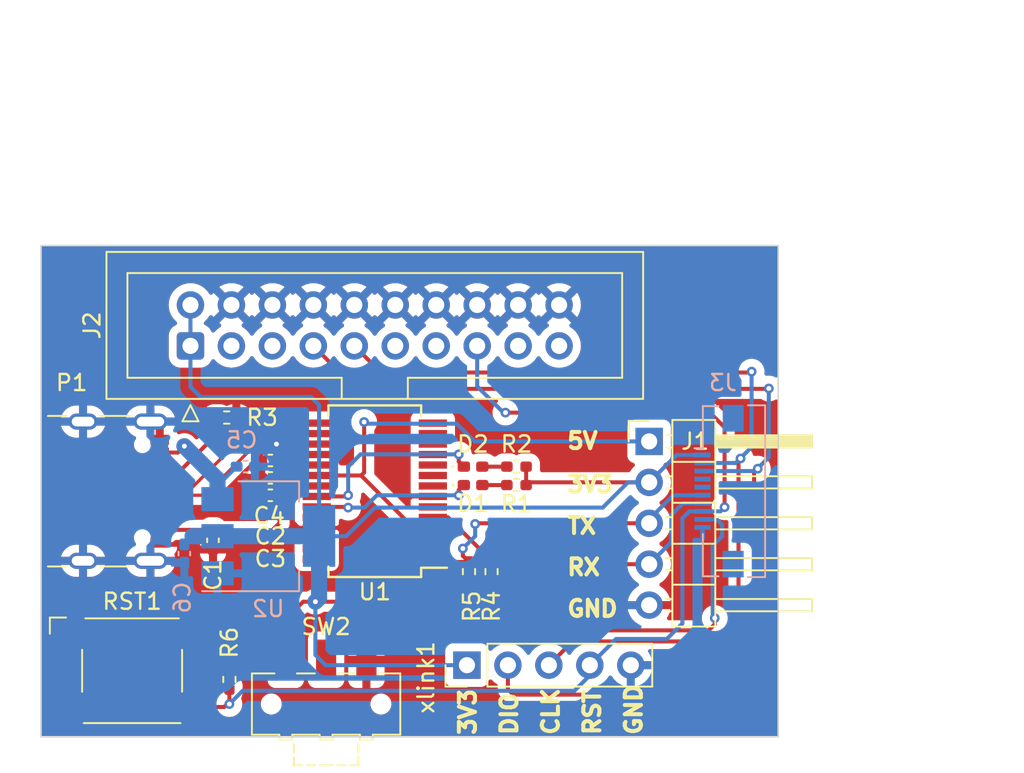
<source format=kicad_pcb>
(kicad_pcb (version 20221018) (generator pcbnew)
  (layers (0 "F.Cu" signal) (31 "B.Cu" signal) (34 "B.Paste" user) (35 "F.Paste" user) (36 "B.SilkS" user "B.Silkscreen") (37 "F.SilkS" user "F.Silkscreen") (38 "B.Mask" user) (39 "F.Mask" user) (44 "Edge.Cuts" user))
  (net 0 "")
  (net 1 "+5V")
  (net 2 "GND")
  (net 3 "+3.3V")
  (net 4 "/TXLED")
  (net 5 "Net-(D1-A)")
  (net 6 "/RXLED")
  (net 7 "Net-(D2-A)")
  (net 8 "Net-(P1-CC)")
  (net 9 "/D-")
  (net 10 "/D+")
  (net 12 "/TX")
  (net 15 "/RX")
  (net 29 "/SWDIO")
  (net 30 "/SWCLK")
  (net 33 "/RST")
  (net 37 "/BOOT")
  (net 38 "/3V3")
  (footprint "LED_SMD:LED_0402_1005Metric_Pad0.77x0.64mm_HandSolder" (layer "F.Cu") (at 153.797 110.236)
    (fp_text reference "D2" (at -0.0125 -1.397) (layer "F.SilkS"))
    (fp_text value "LED")
    (pad "1" smd roundrect (at -0.5725 0) (size 0.765 0.64) (layers "F.Cu" "F.Paste" "F.Mask") (net 6 "/RXLED"))
    (pad "2" smd roundrect (at 0.5725 0) (size 0.765 0.64) (layers "F.Cu" "F.Paste" "F.Mask") (net 7 "Net-(D2-A)"))
  )
  (footprint "Resistor_SMD:R_0402_1005Metric_Pad0.72x0.64mm_HandSolder" (layer "F.Cu") (at 156.489 111.379 180)
    (fp_text reference "R1" (at 0 -1.17) (layer "F.SilkS"))
    (fp_text value "270")
    (pad "1" smd roundrect (at -0.5975 0 180) (size 0.715 0.64) (layers "F.Cu" "F.Paste" "F.Mask") (net 3 "+3.3V"))
    (pad "2" smd roundrect (at 0.5975 0 180) (size 0.715 0.64) (layers "F.Cu" "F.Paste" "F.Mask") (net 5 "Net-(D1-A)"))
  )
  (footprint "Resistor_SMD:R_0402_1005Metric_Pad0.72x0.64mm_HandSolder" (layer "F.Cu") (at 138.684 123.444 -90)
    (fp_text reference "R6" (at -2.286 0 90) (layer "F.SilkS"))
    (fp_text value "10K")
    (pad "1" smd roundrect (at -0.5975 0 270) (size 0.715 0.64) (layers "F.Cu" "F.Paste" "F.Mask") (net 3 "+3.3V"))
    (pad "2" smd roundrect (at 0.5975 0 270) (size 0.715 0.64) (layers "F.Cu" "F.Paste" "F.Mask") (net 33 "/RST"))
  )
  (footprint "Capacitor_SMD:C_0402_1005Metric_Pad0.74x0.62mm_HandSolder" (layer "F.Cu") (at 141.224 112.014 180)
    (fp_text reference "C3" (at 0 -3.937) (layer "F.SilkS"))
    (fp_text value "4.7nF")
    (pad "1" smd roundrect (at -0.5675 0 180) (size 0.735 0.62) (layers "F.Cu" "F.Paste" "F.Mask") (net 1 "+5V"))
    (pad "2" smd roundrect (at 0.5675 0 180) (size 0.735 0.62) (layers "F.Cu" "F.Paste" "F.Mask") (net 2 "GND"))
  )
  (footprint "Connector_PinHeader_2.54mm:PinHeader_1x05_P2.54mm_Horizontal" (layer "F.Cu") (at 164.715 108.67)
    (fp_text reference "J1" (at 2.851 -0.005) (layer "F.SilkS"))
    (fp_text value "Conn_01x05")
    (pad "1" thru_hole rect (at 0 0) (size 1.7 1.7) (drill 1) (layers "*.Cu" "*.Mask") (net 1 "+5V"))
    (pad "2" thru_hole oval (at 0 2.54) (size 1.7 1.7) (drill 1) (layers "*.Cu" "*.Mask") (net 3 "+3.3V"))
    (pad "3" thru_hole oval (at 0 5.08) (size 1.7 1.7) (drill 1) (layers "*.Cu" "*.Mask") (net 12 "/TX"))
    (pad "4" thru_hole oval (at 0 7.62) (size 1.7 1.7) (drill 1) (layers "*.Cu" "*.Mask") (net 15 "/RX"))
    (pad "5" thru_hole oval (at 0 10.16) (size 1.7 1.7) (drill 1) (layers "*.Cu" "*.Mask") (net 2 "GND"))
  )
  (footprint "Button_Switch_SMD:SW_SPST_Omron_B3FS-100xP" (layer "F.Cu") (at 132.652 122.9)
    (fp_text reference "RST1" (at 0 -4.3) (layer "F.SilkS"))
    (fp_text value "RST")
    (pad "1" smd rect (at -4 -2.25 180) (size 1.6 1.4) (layers "F.Cu" "F.Paste" "F.Mask") (net 2 "GND"))
    (pad "1" smd rect (at 4 -2.25 180) (size 1.6 1.4) (layers "F.Cu" "F.Paste" "F.Mask") (net 2 "GND"))
    (pad "2" smd rect (at -4 2.25 180) (size 1.6 1.4) (layers "F.Cu" "F.Paste" "F.Mask") (net 33 "/RST"))
    (pad "2" smd rect (at 4 2.25 180) (size 1.6 1.4) (layers "F.Cu" "F.Paste" "F.Mask") (net 33 "/RST"))
  )
  (footprint "Connector_IDC:IDC-Header_2x10_P2.54mm_Vertical" (layer "F.Cu") (at 136.271 102.743 90)
    (fp_text reference "J2" (at 1.27 -6.1 90) (layer "F.SilkS"))
    (fp_text value "Conn_ARM_JTAG_SWD_20")
    (pad "1" thru_hole roundrect (at 0 0 90) (size 1.7 1.7) (drill 1) (layers "*.Cu" "*.Mask") (roundrect_rratio 0.147059) (net 3 "+3.3V"))
    (pad "2" thru_hole circle (at 2.54 0 90) (size 1.7 1.7) (drill 1) (layers "*.Cu" "*.Mask") (net 3 "+3.3V"))
    (pad "3" thru_hole circle (at 0 2.54 90) (size 1.7 1.7) (drill 1) (layers "*.Cu" "*.Mask"))
    (pad "4" thru_hole circle (at 2.54 2.54 90) (size 1.7 1.7) (drill 1) (layers "*.Cu" "*.Mask") (net 2 "GND"))
    (pad "5" thru_hole circle (at 0 5.08 90) (size 1.7 1.7) (drill 1) (layers "*.Cu" "*.Mask"))
    (pad "6" thru_hole circle (at 2.54 5.08 90) (size 1.7 1.7) (drill 1) (layers "*.Cu" "*.Mask") (net 2 "GND"))
    (pad "7" thru_hole circle (at 0 7.62 90) (size 1.7 1.7) (drill 1) (layers "*.Cu" "*.Mask") (net 29 "/SWDIO"))
    (pad "8" thru_hole circle (at 2.54 7.62 90) (size 1.7 1.7) (drill 1) (layers "*.Cu" "*.Mask") (net 2 "GND"))
    (pad "9" thru_hole circle (at 0 10.16 90) (size 1.7 1.7) (drill 1) (layers "*.Cu" "*.Mask") (net 30 "/SWCLK"))
    (pad "10" thru_hole circle (at 2.54 10.16 90) (size 1.7 1.7) (drill 1) (layers "*.Cu" "*.Mask") (net 2 "GND"))
    (pad "11" thru_hole circle (at 0 12.7 90) (size 1.7 1.7) (drill 1) (layers "*.Cu" "*.Mask"))
    (pad "12" thru_hole circle (at 2.54 12.7 90) (size 1.7 1.7) (drill 1) (layers "*.Cu" "*.Mask") (net 2 "GND"))
    (pad "13" thru_hole circle (at 0 15.24 90) (size 1.7 1.7) (drill 1) (layers "*.Cu" "*.Mask"))
    (pad "14" thru_hole circle (at 2.54 15.24 90) (size 1.7 1.7) (drill 1) (layers "*.Cu" "*.Mask") (net 2 "GND"))
    (pad "15" thru_hole circle (at 0 17.78 90) (size 1.7 1.7) (drill 1) (layers "*.Cu" "*.Mask") (net 33 "/RST"))
    (pad "16" thru_hole circle (at 2.54 17.78 90) (size 1.7 1.7) (drill 1) (layers "*.Cu" "*.Mask") (net 2 "GND"))
    (pad "17" thru_hole circle (at 0 20.32 90) (size 1.7 1.7) (drill 1) (layers "*.Cu" "*.Mask"))
    (pad "18" thru_hole circle (at 2.54 20.32 90) (size 1.7 1.7) (drill 1) (layers "*.Cu" "*.Mask") (net 2 "GND"))
    (pad "19" thru_hole circle (at 0 22.86 90) (size 1.7 1.7) (drill 1) (layers "*.Cu" "*.Mask"))
    (pad "20" thru_hole circle (at 2.54 22.86 90) (size 1.7 1.7) (drill 1) (layers "*.Cu" "*.Mask") (net 2 "GND"))
  )
  (footprint "Connector_USB:USB_C_Receptacle_GCT_USB4105-xx-A_16P_TopMnt_Horizontal" (layer "F.Cu") (at 130.683 111.76 -90)
    (fp_text reference "P1" (at -6.731 1.778 unlocked) (layer "F.SilkS"))
    (fp_text value "USB_C_Plug_USB2.0")
    (pad "" np_thru_hole circle (at -2.89 -2.605 270) (size 0.65 0.65) (drill 0.65) (layers "F&B.Cu" "*.Mask"))
    (pad "" np_thru_hole circle (at 2.89 -2.605 270) (size 0.65 0.65) (drill 0.65) (layers "F&B.Cu" "*.Mask"))
    (pad "A1" smd rect (at -3.2 -3.68 270) (size 0.6 1.15) (layers "F.Cu" "F.Paste" "F.Mask") (net 2 "GND"))
    (pad "A4" smd rect (at -2.4 -3.68 270) (size 0.6 1.15) (layers "F.Cu" "F.Paste" "F.Mask") (net 1 "+5V"))
    (pad "A5" smd rect (at -1.25 -3.68 270) (size 0.3 1.15) (layers "F.Cu" "F.Paste" "F.Mask") (net 8 "Net-(P1-CC)"))
    (pad "A6" smd rect (at -0.25 -3.68 270) (size 0.3 1.15) (layers "F.Cu" "F.Paste" "F.Mask") (net 10 "/D+"))
    (pad "A7" smd rect (at 0.25 -3.68 270) (size 0.3 1.15) (layers "F.Cu" "F.Paste" "F.Mask") (net 9 "/D-"))
    (pad "A8" smd rect (at 1.25 -3.68 270) (size 0.3 1.15) (layers "F.Cu" "F.Paste" "F.Mask"))
    (pad "A9" smd rect (at 2.4 -3.68 270) (size 0.6 1.15) (layers "F.Cu" "F.Paste" "F.Mask") (net 1 "+5V"))
    (pad "A12" smd rect (at 3.2 -3.68 270) (size 0.6 1.15) (layers "F.Cu" "F.Paste" "F.Mask") (net 2 "GND"))
    (pad "B1" smd rect (at 3.2 -3.68 270) (size 0.6 1.15) (layers "F.Cu" "F.Paste" "F.Mask") (net 2 "GND"))
    (pad "B4" smd rect (at 2.4 -3.68 270) (size 0.6 1.15) (layers "F.Cu" "F.Paste" "F.Mask") (net 1 "+5V"))
    (pad "B5" smd rect (at 1.75 -3.68 270) (size 0.3 1.15) (layers "F.Cu" "F.Paste" "F.Mask"))
    (pad "B6" smd rect (at 0.75 -3.68 270) (size 0.3 1.15) (layers "F.Cu" "F.Paste" "F.Mask"))
    (pad "B7" smd rect (at -0.75 -3.68 270) (size 0.3 1.15) (layers "F.Cu" "F.Paste" "F.Mask"))
    (pad "B8" smd rect (at -1.75 -3.68 270) (size 0.3 1.15) (layers "F.Cu" "F.Paste" "F.Mask"))
    (pad "B9" smd rect (at -2.4 -3.68 270) (size 0.6 1.15) (layers "F.Cu" "F.Paste" "F.Mask") (net 1 "+5V"))
    (pad "B12" smd rect (at -3.2 -3.68 270) (size 0.6 1.15) (layers "F.Cu" "F.Paste" "F.Mask") (net 2 "GND"))
    (pad "S1" thru_hole oval (at -4.32 -3.105 270) (size 1 2.1) (drill oval 0.6 1.7) (layers "*.Cu" "*.Mask" "F.Paste") (net 2 "GND"))
    (pad "S1" thru_hole oval (at -4.32 1.075 270) (size 1 1.8) (drill oval 0.6 1.4) (layers "*.Cu" "*.Mask" "F.Paste") (net 2 "GND"))
    (pad "S1" thru_hole oval (at 4.32 -3.105 270) (size 1 2.1) (drill oval 0.6 1.7) (layers "*.Cu" "*.Mask" "F.Paste") (net 2 "GND"))
    (pad "S1" thru_hole oval (at 4.32 1.075 270) (size 1 1.8) (drill oval 0.6 1.4) (layers "*.Cu" "*.Mask" "F.Paste") (net 2 "GND"))
  )
  (footprint "Package_SO:SSOP-28_5.3x10.2mm_P0.65mm" (layer "F.Cu") (at 147.701 111.76 180)
    (fp_text reference "U1" (at 0 -6.25) (layer "F.SilkS"))
    (fp_text value "FT232RL")
    (pad "1" smd rect (at -3.6 -4.225 180) (size 1.75 0.45) (layers "F.Cu" "F.Paste" "F.Mask") (net 12 "/TX"))
    (pad "2" smd rect (at -3.6 -3.575 180) (size 1.75 0.45) (layers "F.Cu" "F.Paste" "F.Mask"))
    (pad "3" smd rect (at -3.6 -2.925 180) (size 1.75 0.45) (layers "F.Cu" "F.Paste" "F.Mask"))
    (pad "4" smd rect (at -3.6 -2.275 180) (size 1.75 0.45) (layers "F.Cu" "F.Paste" "F.Mask") (net 1 "+5V"))
    (pad "5" smd rect (at -3.6 -1.625 180) (size 1.75 0.45) (layers "F.Cu" "F.Paste" "F.Mask") (net 15 "/RX"))
    (pad "6" smd rect (at -3.6 -0.975 180) (size 1.75 0.45) (layers "F.Cu" "F.Paste" "F.Mask"))
    (pad "7" smd rect (at -3.6 -0.325 180) (size 1.75 0.45) (layers "F.Cu" "F.Paste" "F.Mask") (net 2 "GND"))
    (pad "8" smd rect (at -3.6 0.325 180) (size 1.75 0.45) (layers "F.Cu" "F.Paste" "F.Mask"))
    (pad "9" smd rect (at -3.6 0.975 180) (size 1.75 0.45) (layers "F.Cu" "F.Paste" "F.Mask"))
    (pad "10" smd rect (at -3.6 1.625 180) (size 1.75 0.45) (layers "F.Cu" "F.Paste" "F.Mask"))
    (pad "11" smd rect (at -3.6 2.275 180) (size 1.75 0.45) (layers "F.Cu" "F.Paste" "F.Mask"))
    (pad "12" smd rect (at -3.6 2.925 180) (size 1.75 0.45) (layers "F.Cu" "F.Paste" "F.Mask"))
    (pad "13" smd rect (at -3.6 3.575 180) (size 1.75 0.45) (layers "F.Cu" "F.Paste" "F.Mask"))
    (pad "14" smd rect (at -3.6 4.225 180) (size 1.75 0.45) (layers "F.Cu" "F.Paste" "F.Mask"))
    (pad "15" smd rect (at 3.6 4.225 180) (size 1.75 0.45) (layers "F.Cu" "F.Paste" "F.Mask") (net 10 "/D+"))
    (pad "16" smd rect (at 3.6 3.575 180) (size 1.75 0.45) (layers "F.Cu" "F.Paste" "F.Mask") (net 9 "/D-"))
    (pad "17" smd rect (at 3.6 2.925 180) (size 1.75 0.45) (layers "F.Cu" "F.Paste" "F.Mask") (net 38 "/3V3"))
    (pad "18" smd rect (at 3.6 2.275 180) (size 1.75 0.45) (layers "F.Cu" "F.Paste" "F.Mask") (net 2 "GND"))
    (pad "19" smd rect (at 3.6 1.625 180) (size 1.75 0.45) (layers "F.Cu" "F.Paste" "F.Mask"))
    (pad "20" smd rect (at 3.6 0.975 180) (size 1.75 0.45) (layers "F.Cu" "F.Paste" "F.Mask") (net 1 "+5V"))
    (pad "21" smd rect (at 3.6 0.325 180) (size 1.75 0.45) (layers "F.Cu" "F.Paste" "F.Mask") (net 2 "GND"))
    (pad "22" smd rect (at 3.6 -0.325 180) (size 1.75 0.45) (layers "F.Cu" "F.Paste" "F.Mask") (net 6 "/RXLED"))
    (pad "23" smd rect (at 3.6 -0.975 180) (size 1.75 0.45) (layers "F.Cu" "F.Paste" "F.Mask") (net 4 "/TXLED"))
    (pad "24" smd rect (at 3.6 -1.625 180) (size 1.75 0.45) (layers "F.Cu" "F.Paste" "F.Mask"))
    (pad "25" smd rect (at 3.6 -2.275 180) (size 1.75 0.45) (layers "F.Cu" "F.Paste" "F.Mask") (net 2 "GND"))
    (pad "26" smd rect (at 3.6 -2.925 180) (size 1.75 0.45) (layers "F.Cu" "F.Paste" "F.Mask"))
    (pad "27" smd rect (at 3.6 -3.575 180) (size 1.75 0.45) (layers "F.Cu" "F.Paste" "F.Mask"))
    (pad "28" smd rect (at 3.6 -4.225 180) (size 1.75 0.45) (layers "F.Cu" "F.Paste" "F.Mask"))
  )
  (footprint "Capacitor_SMD:C_0402_1005Metric_Pad0.74x0.62mm_HandSolder" (layer "F.Cu") (at 141.224 110.9345 180)
    (fp_text reference "C2" (at 0 -3.6195) (layer "F.SilkS"))
    (fp_text value "100nF")
    (pad "1" smd roundrect (at -0.5675 0 180) (size 0.735 0.62) (layers "F.Cu" "F.Paste" "F.Mask") (net 1 "+5V"))
    (pad "2" smd roundrect (at 0.5675 0 180) (size 0.735 0.62) (layers "F.Cu" "F.Paste" "F.Mask") (net 2 "GND"))
  )
  (footprint "Connector_PinHeader_2.54mm:PinHeader_1x05_P2.54mm_Vertical" (layer "F.Cu") (at 153.416 122.555 90)
    (fp_text reference "xlink1" (at -0.762 -2.54 90) (layer "F.SilkS"))
    (fp_text value "Conn_01x05")
    (pad "1" thru_hole rect (at 0 0 90) (size 1.7 1.7) (drill 1) (layers "*.Cu" "*.Mask") (net 3 "+3.3V"))
    (pad "2" thru_hole oval (at 0 2.54 90) (size 1.7 1.7) (drill 1) (layers "*.Cu" "*.Mask") (net 29 "/SWDIO"))
    (pad "3" thru_hole oval (at 0 5.08 90) (size 1.7 1.7) (drill 1) (layers "*.Cu" "*.Mask") (net 30 "/SWCLK"))
    (pad "4" thru_hole oval (at 0 7.62 90) (size 1.7 1.7) (drill 1) (layers "*.Cu" "*.Mask") (net 33 "/RST"))
    (pad "5" thru_hole oval (at 0 10.16 90) (size 1.7 1.7) (drill 1) (layers "*.Cu" "*.Mask") (net 2 "GND"))
  )
  (footprint "Resistor_SMD:R_0402_1005Metric_Pad0.72x0.64mm_HandSolder" (layer "F.Cu") (at 154.94 116.7505 90)
    (fp_text reference "R4" (at -2.159 0 90) (layer "F.SilkS"))
    (fp_text value "10K")
    (pad "1" smd roundrect (at -0.5975 0 90) (size 0.715 0.64) (layers "F.Cu" "F.Paste" "F.Mask") (net 3 "+3.3V"))
    (pad "2" smd roundrect (at 0.5975 0 90) (size 0.715 0.64) (layers "F.Cu" "F.Paste" "F.Mask") (net 15 "/RX"))
  )
  (footprint "LED_SMD:LED_0402_1005Metric_Pad0.77x0.64mm_HandSolder" (layer "F.Cu") (at 153.797 111.379)
    (fp_text reference "D1" (at -0.0125 1.143) (layer "F.SilkS"))
    (fp_text value "LED")
    (pad "1" smd roundrect (at -0.5725 0) (size 0.765 0.64) (layers "F.Cu" "F.Paste" "F.Mask") (net 4 "/TXLED"))
    (pad "2" smd roundrect (at 0.5725 0) (size 0.765 0.64) (layers "F.Cu" "F.Paste" "F.Mask") (net 5 "Net-(D1-A)"))
  )
  (footprint "Resistor_SMD:R_0402_1005Metric_Pad0.72x0.64mm_HandSolder" (layer "F.Cu") (at 138.5195 107.188)
    (fp_text reference "R3" (at 2.1965 0) (layer "F.SilkS"))
    (fp_text value "10K")
    (pad "1" smd roundrect (at -0.5975 0) (size 0.715 0.64) (layers "F.Cu" "F.Paste" "F.Mask") (net 8 "Net-(P1-CC)"))
    (pad "2" smd roundrect (at 0.5975 0) (size 0.715 0.64) (layers "F.Cu" "F.Paste" "F.Mask") (net 2 "GND"))
  )
  (footprint "Button_Switch_SMD:SW_SPDT_CK-JS102011SAQN" (layer "F.Cu") (at 144.682 124.968)
    (fp_text reference "SW2" (at 0 -4.8) (layer "F.SilkS"))
    (fp_text value "BOOT")
    (pad "" np_thru_hole circle (at -3.4 0) (size 0.9 0.9) (drill 0.9) (layers "*.Cu" "*.Mask"))
    (pad "" np_thru_hole circle (at 3.4 0) (size 0.9 0.9) (drill 0.9) (layers "*.Cu" "*.Mask"))
    (pad "1" smd rect (at -2.5 -2.75) (size 1.25 2.5) (layers "F.Cu" "F.Paste" "F.Mask") (net 3 "+3.3V"))
    (pad "2" smd rect (at 0 -2.75) (size 1.25 2.5) (layers "F.Cu" "F.Paste" "F.Mask") (net 37 "/BOOT"))
    (pad "3" smd rect (at 2.5 -2.75) (size 1.25 2.5) (layers "F.Cu" "F.Paste" "F.Mask") (net 2 "GND"))
  )
  (footprint "Resistor_SMD:R_0402_1005Metric_Pad0.72x0.64mm_HandSolder" (layer "F.Cu") (at 153.543 116.7505 90)
    (fp_text reference "R5" (at -2.159 0.169 90) (layer "F.SilkS"))
    (fp_text value "10K")
    (pad "1" smd roundrect (at -0.5975 0 90) (size 0.715 0.64) (layers "F.Cu" "F.Paste" "F.Mask") (net 3 "+3.3V"))
    (pad "2" smd roundrect (at 0.5975 0 90) (size 0.715 0.64) (layers "F.Cu" "F.Paste" "F.Mask") (net 12 "/TX"))
  )
  (footprint "Capacitor_SMD:C_0402_1005Metric_Pad0.74x0.62mm_HandSolder" (layer "F.Cu") (at 137.668 114.808 -90)
    (fp_text reference "C1" (at 2.159 0 90) (layer "F.SilkS"))
    (fp_text value "10nF")
    (pad "1" smd roundrect (at -0.5675 0 270) (size 0.735 0.62) (layers "F.Cu" "F.Paste" "F.Mask") (net 1 "+5V"))
    (pad "2" smd roundrect (at 0.5675 0 270) (size 0.735 0.62) (layers "F.Cu" "F.Paste" "F.Mask") (net 2 "GND"))
  )
  (footprint "Resistor_SMD:R_0402_1005Metric_Pad0.72x0.64mm_HandSolder" (layer "F.Cu") (at 156.489 110.236 180)
    (fp_text reference "R2" (at 0 1.397) (layer "F.SilkS"))
    (fp_text value "270")
    (pad "1" smd roundrect (at -0.5975 0 180) (size 0.715 0.64) (layers "F.Cu" "F.Paste" "F.Mask") (net 3 "+3.3V"))
    (pad "2" smd roundrect (at 0.5975 0 180) (size 0.715 0.64) (layers "F.Cu" "F.Paste" "F.Mask") (net 7 "Net-(D2-A)"))
  )
  (footprint "Capacitor_SMD:C_0402_1005Metric_Pad0.74x0.62mm_HandSolder" (layer "F.Cu") (at 141.224 109.855 180)
    (fp_text reference "C4" (at 0.0675 -3.429) (layer "F.SilkS"))
    (fp_text value "100nF")
    (pad "1" smd roundrect (at -0.5675 0 180) (size 0.735 0.62) (layers "F.Cu" "F.Paste" "F.Mask") (net 38 "/3V3"))
    (pad "2" smd roundrect (at 0.5675 0 180) (size 0.735 0.62) (layers "F.Cu" "F.Paste" "F.Mask") (net 2 "GND"))
  )
  (footprint "Package_TO_SOT_SMD:SOT-223-3_TabPin2" (layer "B.Cu") (at 141.097 114.554)
    (fp_text reference "U2" (at 0 4.5) (layer "B.SilkS") (effects (justify mirror)))
    (fp_text value "AMS1117-3.3")
    (pad "1" smd rect (at -3.15 2.3) (size 2 1.5) (layers "B.Cu" "B.Paste" "B.Mask") (net 2 "GND"))
    (pad "2" smd rect (at -3.15 0) (size 2 1.5) (layers "B.Cu" "B.Paste" "B.Mask") (net 3 "+3.3V"))
    (pad "2" smd rect (at 3.15 0) (size 2 3.8) (layers "B.Cu" "B.Paste" "B.Mask") (net 3 "+3.3V"))
    (pad "3" smd rect (at -3.15 -2.3) (size 2 1.5) (layers "B.Cu" "B.Paste" "B.Mask") (net 1 "+5V"))
  )
  (footprint "Connector_FFC-FPC:Molex_54548-1071_1x10-1MP_P0.5mm_Horizontal" (layer "B.Cu") (at 169.051 111.76 -90)
    (fp_text reference "J3" (at -6.731 -0.24 -180) (layer "B.SilkS") (effects (justify mirror)))
    (fp_text value "Conn_01x10")
    (pad "1" smd rect (at -2.25 1.025 270) (size 0.3 1) (layers "B.Cu" "B.Paste" "B.Mask") (net 3 "+3.3V"))
    (pad "2" smd rect (at -1.75 1.025 270) (size 0.3 1) (layers "B.Cu" "B.Paste" "B.Mask") (net 30 "/SWCLK"))
    (pad "3" smd rect (at -1.25 1.025 270) (size 0.3 1) (layers "B.Cu" "B.Paste" "B.Mask") (net 29 "/SWDIO"))
    (pad "4" smd rect (at -0.75 1.025 270) (size 0.3 1) (layers "B.Cu" "B.Paste" "B.Mask"))
    (pad "5" smd rect (at -0.25 1.025 270) (size 0.3 1) (layers "B.Cu" "B.Paste" "B.Mask"))
    (pad "6" smd rect (at 0.25 1.025 270) (size 0.3 1) (layers "B.Cu" "B.Paste" "B.Mask") (net 12 "/TX"))
    (pad "7" smd rect (at 0.75 1.025 270) (size 0.3 1) (layers "B.Cu" "B.Paste" "B.Mask") (net 15 "/RX"))
    (pad "8" smd rect (at 1.25 1.025 270) (size 0.3 1) (layers "B.Cu" "B.Paste" "B.Mask") (net 33 "/RST"))
    (pad "9" smd rect (at 1.75 1.025 270) (size 0.3 1) (layers "B.Cu" "B.Paste" "B.Mask") (net 37 "/BOOT"))
    (pad "10" smd rect (at 2.25 1.025 270) (size 0.3 1) (layers "B.Cu" "B.Paste" "B.Mask") (net 2 "GND"))
    (pad "MP" smd rect (at -4.525 -0.875 270) (size 1.65 1.3) (layers "B.Cu" "B.Paste" "B.Mask"))
    (pad "MP" smd rect (at 4.525 -0.875 270) (size 1.65 1.3) (layers "B.Cu" "B.Paste" "B.Mask"))
  )
  (footprint "Capacitor_SMD:C_0402_1005Metric_Pad0.74x0.62mm_HandSolder" (layer "B.Cu") (at 139.7 110.236)
    (fp_text reference "C5" (at -0.254 -1.651) (layer "B.SilkS") (effects (justify mirror)))
    (fp_text value "10uF")
    (pad "1" smd roundrect (at -0.5675 0) (size 0.735 0.62) (layers "B.Cu" "B.Paste" "B.Mask") (net 1 "+5V"))
    (pad "2" smd roundrect (at 0.5675 0) (size 0.735 0.62) (layers "B.Cu" "B.Paste" "B.Mask") (net 2 "GND"))
  )
  (footprint "Capacitor_SMD:C_0402_1005Metric_Pad0.74x0.62mm_HandSolder" (layer "B.Cu") (at 135.89 115.6295 -90)
    (fp_text reference "C6" (at 2.7345 0.127 90) (layer "B.SilkS") (effects (justify mirror)))
    (fp_text value "10uF")
    (pad "1" smd roundrect (at -0.5675 0 270) (size 0.735 0.62) (layers "B.Cu" "B.Paste" "B.Mask") (net 3 "+3.3V"))
    (pad "2" smd roundrect (at 0.5675 0 270) (size 0.735 0.62) (layers "B.Cu" "B.Paste" "B.Mask") (net 2 "GND"))
  )
  (gr_line (start 172.72 96.52) (end 172.72 127) (stroke (width 0.1)) (layer "Edge.Cuts"))
  (gr_line (start 127 96.52) (end 172.72 96.52) (stroke (width 0.1)) (layer "Edge.Cuts"))
  (gr_line (start 172.72 127) (end 127 127) (stroke (width 0.1)) (layer "Edge.Cuts"))
  (gr_line (start 127 127) (end 127 96.52) (stroke (width 0.1)) (layer "Edge.Cuts"))
  (gr_text "TX" (at 159.512 114.4905) (layer "F.SilkS") (effects (font (size 1 1) (thickness 0.25) bold) (justify left bottom)))
  (gr_text "5V" (at 159.512 109.22) (layer "F.SilkS") (effects (font (size 1 1) (thickness 0.25) bold) (justify left bottom)))
  (gr_text "GND" (at 164.338 127 90) (layer "F.SilkS") (effects (font (size 1 1) (thickness 0.25) bold) (justify left bottom)))
  (gr_text "RST" (at 161.76625 127 90) (layer "F.SilkS") (effects (font (size 1 1) (thickness 0.25) bold) (justify left bottom)))
  (gr_text "GND" (at 159.512 119.634) (layer "F.SilkS") (effects (font (size 1 1) (thickness 0.25) bold) (justify left bottom)))
  (gr_text "3V3" (at 159.512 111.91875) (layer "F.SilkS") (effects (font (size 1 1) (thickness 0.25) bold) (justify left bottom)))
  (gr_text "DIO" (at 156.62275 127 90) (layer "F.SilkS") (effects (font (size 1 1) (thickness 0.25) bold) (justify left bottom)))
  (gr_text "3V3" (at 154.051 127 90) (layer "F.SilkS") (effects (font (size 1 1) (thickness 0.25) bold) (justify left bottom)))
  (gr_text "RX" (at 159.512 117.06225) (layer "F.SilkS") (effects (font (size 1 1) (thickness 0.25) bold) (justify left bottom)))
  (gr_text "CLK" (at 159.1945 127 90) (layer "F.SilkS") (effects (font (size 1 1) (thickness 0.25) bold) (justify left bottom)))
  (segment (start 133.787949 114.16) (end 134.363 114.16) (width 0.25) (layer "F.Cu") (net 1))
  (segment (start 132.876974 113.249025) (end 133.787949 114.16) (width 0.25) (layer "F.Cu") (net 1))
  (segment (start 141.7915 110.9345) (end 141.941 110.785) (width 0.25) (layer "F.Cu") (net 1))
  (segment (start 147.0406 110.5974) (end 146.853 110.785) (width 0.25) (layer "F.Cu") (net 1))
  (segment (start 133.787949 109.36) (end 132.876974 110.270975) (width 0.25) (layer "F.Cu") (net 1))
  (segment (start 141.7915 112.014) (end 141.7915 110.9345) (width 0.25) (layer "F.Cu") (net 1))
  (segment (start 141.2835 114.2405) (end 141.7915 113.7325) (width 0.25) (layer "F.Cu") (net 1))
  (segment (start 141.941 110.785) (end 144.101 110.785) (width 0.25) (layer "F.Cu") (net 1))
  (segment (start 135.496 109.36) (end 135.89 108.966) (width 0.25) (layer "F.Cu") (net 1))
  (segment (start 147.0406 107.4674) (end 147.0406 110.5974) (width 0.25) (layer "F.Cu") (net 1))
  (segment (start 144.101 110.785) (end 146.853 110.785) (width 0.25) (layer "F.Cu") (net 1))
  (segment (start 150.103 114.035) (end 151.301 114.035) (width 0.25) (layer "F.Cu") (net 1))
  (segment (start 137.5875 114.16) (end 137.668 114.2405) (width 0.25) (layer "F.Cu") (net 1))
  (segment (start 146.853 110.785) (end 150.103 114.035) (width 0.25) (layer "F.Cu") (net 1))
  (segment (start 134.363 109.36) (end 133.787949 109.36) (width 0.25) (layer "F.Cu") (net 1))
  (segment (start 134.363 114.16) (end 137.5875 114.16) (width 0.25) (layer "F.Cu") (net 1))
  (segment (start 141.7915 113.7325) (end 141.7915 112.014) (width 0.25) (layer "F.Cu") (net 1))
  (segment (start 137.668 114.2405) (end 141.2835 114.2405) (width 0.25) (layer "F.Cu") (net 1))
  (segment (start 132.876974 110.270975) (end 132.876974 113.249025) (width 0.25) (layer "F.Cu") (net 1))
  (segment (start 134.363 109.36) (end 135.496 109.36) (width 0.25) (layer "F.Cu") (net 1))
  (via (at 147.0406 107.4674) (size 0.6) (drill 0.3) (layers "F.Cu" "B.Cu") (net 1))
  (via (at 135.89 108.966) (size 0.6) (drill 0.3) (layers "F.Cu" "B.Cu") (net 1))
  (segment (start 139.1325 110.236) (end 137.947 111.4215) (width 0.25) (layer "B.Cu") (net 1))
  (segment (start 135.89 108.966) (end 137.947 111.023) (width 1) (layer "B.Cu") (net 1))
  (segment (start 152.781 107.569) (end 147.1422 107.569) (width 0.25) (layer "B.Cu") (net 1))
  (segment (start 137.947 111.4215) (end 137.947 112.254) (width 0.25) (layer "B.Cu") (net 1))
  (segment (start 164.715 108.67) (end 153.882 108.67) (width 0.25) (layer "B.Cu") (net 1))
  (segment (start 147.1422 107.569) (end 147.066 107.4928) (width 0.25) (layer "B.Cu") (net 1))
  (segment (start 137.947 111.023) (end 137.947 112.254) (width 1) (layer "B.Cu") (net 1))
  (segment (start 153.882 108.67) (end 152.781 107.569) (width 0.25) (layer "B.Cu") (net 1))
  (segment (start 145.912 109.485) (end 145.923 109.474) (width 0.25) (layer "F.Cu") (net 2))
  (segment (start 141.224 108.839) (end 141.605 108.839) (width 0.25) (layer "F.Cu") (net 2))
  (segment (start 140.335 109.855) (end 139.7 110.49) (width 0.25) (layer "F.Cu") (net 2))
  (segment (start 151.301 112.085) (end 149.804 112.085) (width 0.25) (layer "F.Cu") (net 2))
  (segment (start 142.976 111.435) (end 142.621 111.79) (width 0.25) (layer "F.Cu") (net 2))
  (segment (start 144.101 114.035) (end 145.785 114.035) (width 0.25) (layer "F.Cu") (net 2))
  (segment (start 139.7 110.49) (end 139.5095 110.6805) (width 0.25) (layer "F.Cu") (net 2))
  (segment (start 144.101 111.435) (end 142.976 111.435) (width 0.25) (layer "F.Cu") (net 2))
  (segment (start 140.6565 109.855) (end 140.6565 109.4065) (width 0.25) (layer "F.Cu") (net 2))
  (segment (start 144.101 109.485) (end 145.912 109.485) (width 0.25) (layer "F.Cu") (net 2))
  (segment (start 140.6565 109.855) (end 140.335 109.855) (width 0.25) (layer "F.Cu") (net 2))
  (segment (start 142.621 113.68) (end 142.976 114.035) (width 0.25) (layer "F.Cu") (net 2))
  (segment (start 140.6565 109.4065) (end 141.224 108.839) (width 0.25) (layer "F.Cu") (net 2))
  (segment (start 149.804 112.085) (end 149.479 111.76) (width 0.25) (layer "F.Cu") (net 2))
  (segment (start 142.621 111.79) (end 142.621 113.68) (width 0.25) (layer "F.Cu") (net 2))
  (segment (start 142.976 114.035) (end 144.101 114.035) (width 0.25) (layer "F.Cu") (net 2))
  (via (at 141.605 108.839) (size 0.6) (drill 0.3) (layers "F.Cu" "B.Cu") (net 2))
  (segment (start 168.026 114.01) (end 168.026 114.422) (width 0.25) (layer "B.Cu") (net 2))
  (segment (start 168.026 114.422) (end 168.021 114.427) (width 0.25) (layer "B.Cu") (net 2))
  (segment (start 153.543 118.237) (end 153.162 118.618) (width 0.25) (layer "F.Cu") (net 3))
  (segment (start 139.3125 122.218) (end 138.684 122.8465) (width 0.25) (layer "F.Cu") (net 3))
  (segment (start 153.543 117.348) (end 154.94 117.348) (width 0.25) (layer "F.Cu") (net 3))
  (segment (start 157.0865 111.379) (end 157.2555 111.21) (width 0.25) (layer "F.Cu") (net 3))
  (segment (start 153.543 117.348) (end 153.543 118.237) (width 0.25) (layer "F.Cu") (net 3))
  (segment (start 157.2555 111.21) (end 164.715 111.21) (width 0.25) (layer "F.Cu") (net 3))
  (segment (start 142.182 122.218) (end 139.3125 122.218) (width 0.25) (layer "F.Cu") (net 3))
  (segment (start 153.162 118.618) (end 144.018 118.618) (width 0.25) (layer "F.Cu") (net 3))
  (segment (start 142.182 119.692) (end 143.256 118.618) (width 0.25) (layer "F.Cu") (net 3))
  (segment (start 157.0865 110.236) (end 157.0865 111.379) (width 0.25) (layer "F.Cu") (net 3))
  (segment (start 142.182 122.218) (end 142.182 119.692) (width 0.25) (layer "F.Cu") (net 3))
  (segment (start 143.256 118.618) (end 144.018 118.618) (width 0.25) (layer "F.Cu") (net 3))
  (via (at 144.018 118.618) (size 0.6) (drill 0.3) (layers "F.Cu" "B.Cu") (net 3))
  (segment (start 136.906 105.918) (end 143.764 105.918) (width 0.25) (layer "B.Cu") (net 3))
  (segment (start 144.018 118.618) (end 144.018 121.92) (width 0.25) (layer "B.Cu") (net 3))
  (segment (start 163.4045 111.21) (end 161.8385 112.776) (width 0.25) (layer "B.Cu") (net 3))
  (segment (start 136.398 114.554) (end 135.89 115.062) (width 0.25) (layer "B.Cu") (net 3))
  (segment (start 136.271 105.283) (end 136.906 105.918) (width 0.25) (layer "B.Cu") (net 3))
  (segment (start 143.764 105.918) (end 144.247 106.401) (width 0.25) (layer "B.Cu") (net 3))
  (segment (start 137.947 114.554) (end 136.398 114.554) (width 1) (layer "B.Cu") (net 3))
  (segment (start 144.653 122.555) (end 153.416 122.555) (width 0.25) (layer "B.Cu") (net 3))
  (segment (start 137.947 114.554) (end 144.247 114.554) (width 1) (layer "B.Cu") (net 3))
  (segment (start 144.247 118.389) (end 144.018 118.618) (width 1) (layer "B.Cu") (net 3))
  (segment (start 166.415 109.51) (end 164.715 111.21) (width 0.25) (layer "B.Cu") (net 3))
  (segment (start 136.271 102.743) (end 136.271 105.283) (width 0.25) (layer "B.Cu") (net 3))
  (segment (start 164.715 111.21) (end 163.4045 111.21) (width 0.25) (layer "B.Cu") (net 3))
  (segment (start 144.018 121.92) (end 144.653 122.555) (width 0.25) (layer "B.Cu") (net 3))
  (segment (start 144.247 106.401) (end 144.247 114.554) (width 0.25) (layer "B.Cu") (net 3))
  (segment (start 168.026 109.51) (end 166.415 109.51) (width 0.25) (layer "B.Cu") (net 3))
  (segment (start 136.271 100.203) (end 136.271 102.743) (width 0.25) (layer "B.Cu") (net 3))
  (segment (start 147.702396 112.776) (end 145.924396 114.554) (width 0.25) (layer "B.Cu") (net 3))
  (segment (start 144.247 114.554) (end 144.247 118.389) (width 1) (layer "B.Cu") (net 3))
  (segment (start 161.8385 112.776) (end 147.702396 112.776) (width 0.25) (layer "B.Cu") (net 3))
  (segment (start 145.924396 114.554) (end 144.247 114.554) (width 0.25) (layer "B.Cu") (net 3))
  (segment (start 144.101 112.735) (end 146.009 112.735) (width 0.25) (layer "F.Cu") (net 4))
  (segment (start 152.908 112.014) (end 152.908 111.6955) (width 0.25) (layer "F.Cu") (net 4))
  (segment (start 146.009 112.735) (end 146.05 112.776) (width 0.25) (layer "F.Cu") (net 4))
  (segment (start 152.908 111.6955) (end 153.2245 111.379) (width 0.25) (layer "F.Cu") (net 4))
  (via (at 146.05 112.776) (size 0.6) (drill 0.3) (layers "F.Cu" "B.Cu") (net 4))
  (via (at 152.908 112.014) (size 0.6) (drill 0.3) (layers "F.Cu" "B.Cu") (net 4))
  (segment (start 147.828 112.014) (end 152.908 112.014) (width 0.25) (layer "B.Cu") (net 4))
  (segment (start 147.066 112.776) (end 147.828 112.014) (width 0.25) (layer "B.Cu") (net 4))
  (segment (start 146.05 112.776) (end 147.066 112.776) (width 0.25) (layer "B.Cu") (net 4))
  (segment (start 155.8915 111.379) (end 154.3695 111.379) (width 0.25) (layer "F.Cu") (net 5))
  (segment (start 152.908 109.474) (end 152.908 109.9195) (width 0.25) (layer "F.Cu") (net 6))
  (segment (start 144.101 112.085) (end 145.979 112.085) (width 0.25) (layer "F.Cu") (net 6))
  (segment (start 145.979 112.085) (end 146.05 112.014) (width 0.25) (layer "F.Cu") (net 6))
  (segment (start 152.908 109.9195) (end 153.2245 110.236) (width 0.25) (layer "F.Cu") (net 6))
  (via (at 146.05 112.014) (size 0.6) (drill 0.3) (layers "F.Cu" "B.Cu") (net 6))
  (via (at 152.908 109.474) (size 0.6) (drill 0.3) (layers "F.Cu" "B.Cu") (net 6))
  (segment (start 146.05 112.014) (end 146.05 110.236) (width 0.25) (layer "B.Cu") (net 6))
  (segment (start 146.05 110.236) (end 146.812 109.474) (width 0.25) (layer "B.Cu") (net 6))
  (segment (start 146.812 109.474) (end 152.908 109.474) (width 0.25) (layer "B.Cu") (net 6))
  (segment (start 155.8915 110.236) (end 154.3695 110.236) (width 0.25) (layer "F.Cu") (net 7))
  (segment (start 134.363 110.51) (end 135.616 110.51) (width 0.25) (layer "F.Cu") (net 8))
  (segment (start 135.616 110.51) (end 137.922 108.204) (width 0.25) (layer "F.Cu") (net 8))
  (segment (start 137.922 108.204) (end 137.922 107.188) (width 0.25) (layer "F.Cu") (net 8))
  (segment (start 140.989 108.185) (end 137.164 112.01) (width 0.2) (layer "F.Cu") (net 9))
  (segment (start 144.101 108.185) (end 140.989 108.185) (width 0.2) (layer "F.Cu") (net 9))
  (segment (start 137.164 112.01) (end 134.363 112.01) (width 0.2) (layer "F.Cu") (net 9))
  (segment (start 134.363 111.51) (end 136.394 111.51) (width 0.2) (layer "F.Cu") (net 10))
  (segment (start 136.394 111.51) (end 140.369 107.535) (width 0.2) (layer "F.Cu") (net 10))
  (segment (start 140.369 107.535) (end 144.101 107.535) (width 0.2) (layer "F.Cu") (net 10))
  (segment (start 153.162 115.772) (end 153.543 116.153) (width 0.25) (layer "F.Cu") (net 12))
  (segment (start 153.924 113.792) (end 153.966 113.75) (width 0.25) (layer "F.Cu") (net 12))
  (segment (start 151.469 116.153) (end 151.301 115.985) (width 0.25) (layer "F.Cu") (net 12))
  (segment (start 153.543 116.153) (end 151.469 116.153) (width 0.25) (layer "F.Cu") (net 12))
  (segment (start 153.966 113.75) (end 164.715 113.75) (width 0.25) (layer "F.Cu") (net 12))
  (segment (start 153.162 115.316) (end 153.162 115.772) (width 0.25) (layer "F.Cu") (net 12))
  (via (at 153.162 115.316) (size 0.6) (drill 0.3) (layers "F.Cu" "B.Cu") (net 12))
  (via (at 153.924 113.792) (size 0.6) (drill 0.3) (layers "F.Cu" "B.Cu") (net 12))
  (segment (start 153.924 114.554) (end 153.162 115.316) (width 0.25) (layer "B.Cu") (net 12))
  (segment (start 166.21 112.01) (end 168.026 112.01) (width 0.25) (layer "B.Cu") (net 12))
  (segment (start 164.715 113.75) (end 164.715 113.505) (width 0.25) (layer "B.Cu") (net 12))
  (segment (start 164.715 113.505) (end 166.21 112.01) (width 0.25) (layer "B.Cu") (net 12))
  (segment (start 153.924 113.792) (end 153.924 114.554) (width 0.25) (layer "B.Cu") (net 12))
  (segment (start 151.301 113.385) (end 152.247 113.385) (width 0.25) (layer "F.Cu") (net 15))
  (segment (start 152.247 113.385) (end 154.94 116.078) (width 0.25) (layer "F.Cu") (net 15))
  (segment (start 154.94 116.078) (end 154.94 116.153) (width 0.25) (layer "F.Cu") (net 15))
  (segment (start 155.077 116.29) (end 154.94 116.153) (width 0.25) (layer "F.Cu") (net 15))
  (segment (start 164.715 116.29) (end 155.077 116.29) (width 0.25) (layer "F.Cu") (net 15))
  (segment (start 166.0906 113.2332) (end 166.0906 114.9144) (width 0.25) (layer "B.Cu") (net 15))
  (segment (start 166.0906 114.9144) (end 164.715 116.29) (width 0.25) (layer "B.Cu") (net 15))
  (segment (start 166.8138 112.51) (end 166.0906 113.2332) (width 0.25) (layer "B.Cu") (net 15))
  (segment (start 168.026 112.51) (end 166.8138 112.51) (width 0.25) (layer "B.Cu") (net 15))
  (segment (start 146.558 105.41) (end 172.1612 105.41) (width 0.25) (layer "F.Cu") (net 29))
  (segment (start 143.891 102.743) (end 146.558 105.41) (width 0.25) (layer "F.Cu") (net 29))
  (segment (start 171.2214 123.3932) (end 171.2214 110.5662) (width 0.25) (layer "F.Cu") (net 29))
  (segment (start 170.2308 124.3838) (end 171.2214 123.3932) (width 0.25) (layer "F.Cu") (net 29))
  (segment (start 155.956 122.555) (end 155.956 124.0536) (width 0.25) (layer "F.Cu") (net 29))
  (segment (start 155.956 124.0536) (end 156.2862 124.3838) (width 0.25) (layer "F.Cu") (net 29))
  (segment (start 156.2862 124.3838) (end 170.2308 124.3838) (width 0.25) (layer "F.Cu") (net 29))
  (via (at 171.45 110.363) (size 0.6) (drill 0.3) (layers "F.Cu" "B.Cu") (net 29))
  (via (at 172.1358 105.3846) (size 0.6) (drill 0.3) (layers "F.Cu" "B.Cu") (net 29))
  (segment (start 171.2776 110.51) (end 172.1358 109.6518) (width 0.25) (layer "B.Cu") (net 29))
  (segment (start 172.1358 109.6518) (end 172.1358 105.3846) (width 0.25) (layer "B.Cu") (net 29))
  (segment (start 168.026 110.51) (end 171.2776 110.51) (width 0.25) (layer "B.Cu") (net 29))
  (segment (start 146.431 102.743) (end 148.082 104.394) (width 0.25) (layer "F.Cu") (net 30))
  (segment (start 170.2562 121.0818) (end 170.2562 109.855) (width 0.25) (layer "F.Cu") (net 30))
  (segment (start 170.2562 109.855) (end 170.307 109.8042) (width 0.25) (layer "F.Cu") (net 30))
  (segment (start 170.9166 104.394) (end 171.0182 104.4956) (width 0.25) (layer "F.Cu") (net 30))
  (segment (start 148.082 104.394) (end 170.9166 104.394) (width 0.25) (layer "F.Cu") (net 30))
  (segment (start 158.496 122.555) (end 159.9692 121.0818) (width 0.25) (layer "F.Cu") (net 30))
  (segment (start 159.9692 121.0818) (end 170.2562 121.0818) (width 0.25) (layer "F.Cu") (net 30))
  (via (at 171.069 104.3432) (size 0.6) (drill 0.3) (layers "F.Cu" "B.Cu") (net 30))
  (via (at 170.3832 109.728) (size 0.6) (drill 0.3) (layers "F.Cu" "B.Cu") (net 30))
  (segment (start 170.0758 110.01) (end 171.069 109.0168) (width 0.25) (layer "B.Cu") (net 30))
  (segment (start 171.069 109.0168) (end 171.069 104.5464) (width 0.25) (layer "B.Cu") (net 30))
  (segment (start 168.026 110.01) (end 170.0758 110.01) (width 0.25) (layer "B.Cu") (net 30))
  (segment (start 155.8036 106.8832) (end 168.4782 106.8832) (width 0.25) (layer "F.Cu") (net 33))
  (segment (start 169.3926 112.7506) (end 169.3926 107.7976) (width 0.25) (layer "F.Cu") (net 33))
  (segment (start 168.4782 106.8832) (end 169.3926 107.7976) (width 0.25) (layer "F.Cu") (net 33))
  (segment (start 138.684 124.0415) (end 138.684 124.824) (width 0.25) (layer "F.Cu") (net 33))
  (segment (start 128.652 125.15) (end 136.652 125.15) (width 0.25) (layer "F.Cu") (net 33))
  (segment (start 138.684 124.824) (end 138.358 125.15) (width 0.25) (layer "F.Cu") (net 33))
  (segment (start 138.358 125.15) (end 136.652 125.15) (width 0.25) (layer "F.Cu") (net 33))
  (via (at 169.3926 112.7506) (size 0.6) (drill 0.3) (layers "F.Cu" "B.Cu") (net 33))
  (via (at 138.684 124.968) (size 0.6) (drill 0.3) (layers "F.Cu" "B.Cu") (net 33))
  (via (at 155.8036 106.8832) (size 0.6) (drill 0.3) (layers "F.Cu" "B.Cu") (net 33))
  (segment (start 168.026 113.01) (end 167.2028 113.01) (width 0.25) (layer "B.Cu") (net 33))
  (segment (start 169.1332 113.01) (end 168.026 113.01) (width 0.25) (layer "B.Cu") (net 33))
  (segment (start 165.8112 120.9294) (end 162.6616 120.9294) (width 0.25) (layer "B.Cu") (net 33))
  (segment (start 166.7764 119.9642) (end 165.8112 120.9294) (width 0.25) (layer "B.Cu") (net 33))
  (segment (start 139.509 124.143) (end 138.684 124.968) (width 0.25) (layer "B.Cu") (net 33))
  (segment (start 160.083 124.143) (end 139.509 124.143) (width 0.25) (layer "B.Cu") (net 33))
  (segment (start 154.051 105.2576) (end 155.6766 106.8832) (width 0.25) (layer "B.Cu") (net 33))
  (segment (start 162.6616 120.9294) (end 161.036 122.555) (width 0.25) (layer "B.Cu") (net 33))
  (segment (start 161.036 122.555) (end 161.036 123.19) (width 0.25) (layer "B.Cu") (net 33))
  (segment (start 166.7764 113.4364) (end 166.7764 119.9642) (width 0.25) (layer "B.Cu") (net 33))
  (segment (start 167.2028 113.01) (end 166.7764 113.4364) (width 0.25) (layer "B.Cu") (net 33))
  (segment (start 161.036 123.19) (end 160.083 124.143) (width 0.25) (layer "B.Cu") (net 33))
  (segment (start 169.3926 112.7506) (end 169.1332 113.01) (width 0.25) (layer "B.Cu") (net 33))
  (segment (start 154.051 102.743) (end 154.051 105.2576) (width 0.25) (layer "B.Cu") (net 33))
  (segment (start 144.682 121.256) (end 144.682 122.218) (width 0.25) (layer "F.Cu") (net 37))
  (segment (start 145.542 120.396) (end 144.682 121.256) (width 0.25) (layer "F.Cu") (net 37))
  (segment (start 168.402 120.396) (end 145.542 120.396) (width 0.25) (layer "F.Cu") (net 37))
  (segment (start 168.783 120.015) (end 168.402 120.396) (width 0.25) (layer "F.Cu") (net 37))
  (segment (start 168.783 119.634) (end 168.783 120.015) (width 0.25) (layer "F.Cu") (net 37))
  (via (at 168.783 119.634) (size 0.6) (drill 0.3) (layers "F.Cu" "B.Cu") (net 37))
  (segment (start 168.026 113.51) (end 168.9074 113.51) (width 0.25) (layer "B.Cu") (net 37))
  (segment (start 168.656 115.1382) (end 168.656 119.507) (width 0.25) (layer "B.Cu") (net 37))
  (segment (start 169.2402 113.8428) (end 169.2402 114.554) (width 0.25) (layer "B.Cu") (net 37))
  (segment (start 169.2402 114.554) (end 168.656 115.1382) (width 0.25) (layer "B.Cu") (net 37))
  (segment (start 168.656 119.507) (end 168.783 119.634) (width 0.25) (layer "B.Cu") (net 37))
  (segment (start 168.9074 113.51) (end 169.2402 113.8428) (width 0.25) (layer "B.Cu") (net 37))
  (segment (start 142.8115 108.835) (end 144.101 108.835) (width 0.25) (layer "F.Cu") (net 38))
  (segment (start 141.7915 109.855) (end 142.8115 108.835) (width 0.25) (layer "F.Cu") (net 38))
  (zone (net 2) (net_name "GND") (layer "F.Cu") (connect_pads (clearance 0.5)) (min_thickness 0.25) (fill yes (thermal_gap 0.5) (thermal_bridge_width 0.5))
    (polygon (pts (xy 187.96 91.44) (xy 187.96 127) (xy 124.46 127) (xy 124.46 91.44)))
  )
  (zone (net 2) (net_name "GND") (layer "B.Cu") (connect_pads (clearance 0.5)) (min_thickness 0.25) (fill yes (thermal_gap 0.5) (thermal_bridge_width 0.5))
    (polygon (pts (xy 175.26 81.28) (xy 175.26 127) (xy 124.46 127) (xy 124.46 81.28)))
  )
)
</source>
